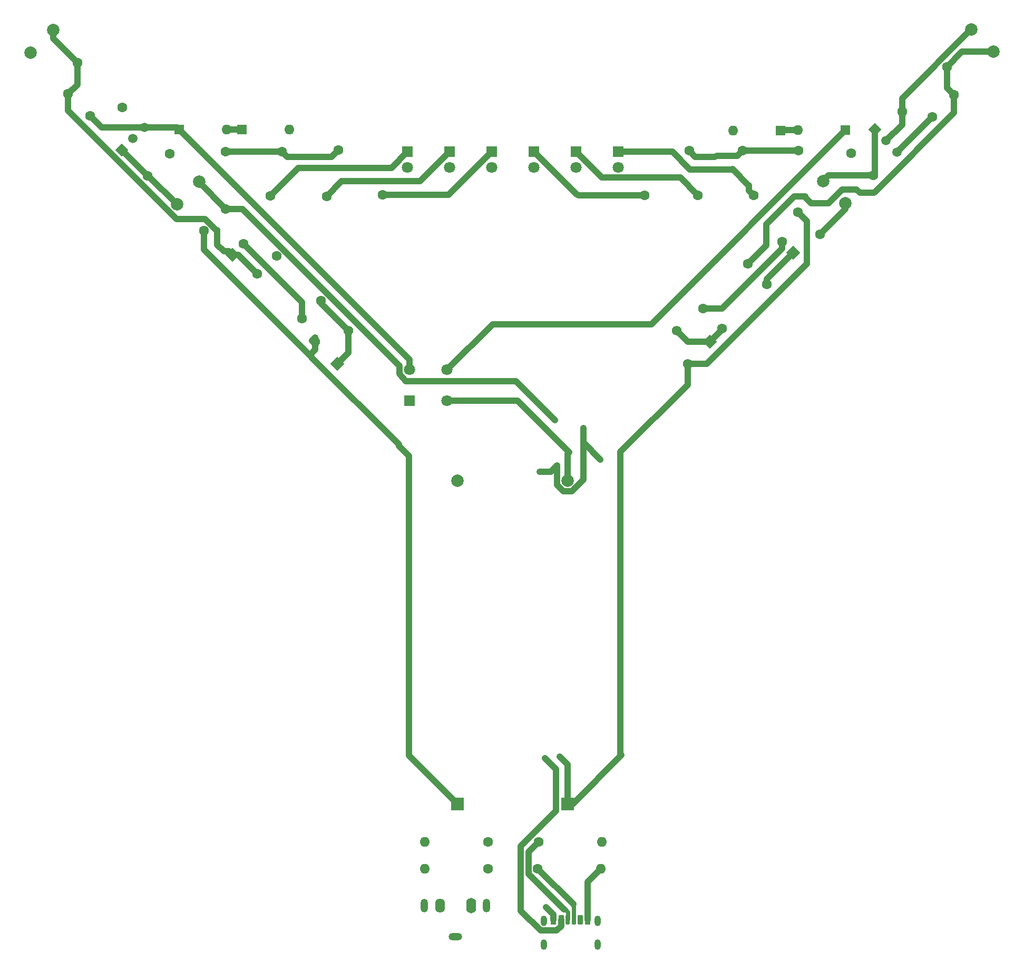
<source format=gbr>
%TF.GenerationSoftware,KiCad,Pcbnew,8.0.5*%
%TF.CreationDate,2025-01-18T17:06:10+08:00*%
%TF.ProjectId,cheap2,63686561-7032-42e6-9b69-6361645f7063,rev?*%
%TF.SameCoordinates,Original*%
%TF.FileFunction,Copper,L1,Top*%
%TF.FilePolarity,Positive*%
%FSLAX46Y46*%
G04 Gerber Fmt 4.6, Leading zero omitted, Abs format (unit mm)*
G04 Created by KiCad (PCBNEW 8.0.5) date 2025-01-18 17:06:10*
%MOMM*%
%LPD*%
G01*
G04 APERTURE LIST*
G04 Aperture macros list*
%AMRoundRect*
0 Rectangle with rounded corners*
0 $1 Rounding radius*
0 $2 $3 $4 $5 $6 $7 $8 $9 X,Y pos of 4 corners*
0 Add a 4 corners polygon primitive as box body*
4,1,4,$2,$3,$4,$5,$6,$7,$8,$9,$2,$3,0*
0 Add four circle primitives for the rounded corners*
1,1,$1+$1,$2,$3*
1,1,$1+$1,$4,$5*
1,1,$1+$1,$6,$7*
1,1,$1+$1,$8,$9*
0 Add four rect primitives between the rounded corners*
20,1,$1+$1,$2,$3,$4,$5,0*
20,1,$1+$1,$4,$5,$6,$7,0*
20,1,$1+$1,$6,$7,$8,$9,0*
20,1,$1+$1,$8,$9,$2,$3,0*%
%AMHorizOval*
0 Thick line with rounded ends*
0 $1 width*
0 $2 $3 position (X,Y) of the first rounded end (center of the circle)*
0 $4 $5 position (X,Y) of the second rounded end (center of the circle)*
0 Add line between two ends*
20,1,$1,$2,$3,$4,$5,0*
0 Add two circle primitives to create the rounded ends*
1,1,$1,$2,$3*
1,1,$1,$4,$5*%
%AMRotRect*
0 Rectangle, with rotation*
0 The origin of the aperture is its center*
0 $1 length*
0 $2 width*
0 $3 Rotation angle, in degrees counterclockwise*
0 Add horizontal line*
21,1,$1,$2,0,0,$3*%
G04 Aperture macros list end*
%TA.AperFunction,SMDPad,CuDef*%
%ADD10RoundRect,0.175000X-0.175000X-0.625000X0.175000X-0.625000X0.175000X0.625000X-0.175000X0.625000X0*%
%TD*%
%TA.AperFunction,SMDPad,CuDef*%
%ADD11RoundRect,0.200000X-0.200000X-0.600000X0.200000X-0.600000X0.200000X0.600000X-0.200000X0.600000X0*%
%TD*%
%TA.AperFunction,SMDPad,CuDef*%
%ADD12RoundRect,0.225000X-0.225000X-0.575000X0.225000X-0.575000X0.225000X0.575000X-0.225000X0.575000X0*%
%TD*%
%TA.AperFunction,ComponentPad*%
%ADD13O,1.000000X1.700000*%
%TD*%
%TA.AperFunction,ComponentPad*%
%ADD14C,1.600000*%
%TD*%
%TA.AperFunction,ComponentPad*%
%ADD15R,1.600000X1.600000*%
%TD*%
%TA.AperFunction,ComponentPad*%
%ADD16O,1.600000X1.600000*%
%TD*%
%TA.AperFunction,ComponentPad*%
%ADD17R,2.000000X2.000000*%
%TD*%
%TA.AperFunction,ComponentPad*%
%ADD18C,2.000000*%
%TD*%
%TA.AperFunction,ComponentPad*%
%ADD19HorizOval,1.600000X0.000000X0.000000X0.000000X0.000000X0*%
%TD*%
%TA.AperFunction,ComponentPad*%
%ADD20HorizOval,1.600000X0.000000X0.000000X0.000000X0.000000X0*%
%TD*%
%TA.AperFunction,ComponentPad*%
%ADD21R,1.800000X1.800000*%
%TD*%
%TA.AperFunction,ComponentPad*%
%ADD22C,1.800000*%
%TD*%
%TA.AperFunction,ComponentPad*%
%ADD23HorizOval,1.600000X0.000000X0.000000X0.000000X0.000000X0*%
%TD*%
%TA.AperFunction,ComponentPad*%
%ADD24RotRect,1.600000X1.600000X135.000000*%
%TD*%
%TA.AperFunction,ComponentPad*%
%ADD25RotRect,1.560000X1.560000X135.000000*%
%TD*%
%TA.AperFunction,ComponentPad*%
%ADD26C,1.560000*%
%TD*%
%TA.AperFunction,ComponentPad*%
%ADD27C,1.500000*%
%TD*%
%TA.AperFunction,ComponentPad*%
%ADD28RotRect,1.500000X1.500000X45.000000*%
%TD*%
%TA.AperFunction,ComponentPad*%
%ADD29HorizOval,1.600000X0.000000X0.000000X0.000000X0.000000X0*%
%TD*%
%TA.AperFunction,ComponentPad*%
%ADD30RotRect,1.560000X1.560000X225.000000*%
%TD*%
%TA.AperFunction,ComponentPad*%
%ADD31RotRect,1.600000X1.600000X45.000000*%
%TD*%
%TA.AperFunction,ComponentPad*%
%ADD32O,1.600000X2.500000*%
%TD*%
%TA.AperFunction,ComponentPad*%
%ADD33O,1.200000X2.200000*%
%TD*%
%TA.AperFunction,ComponentPad*%
%ADD34O,2.200000X1.200000*%
%TD*%
%TA.AperFunction,ComponentPad*%
%ADD35O,1.600000X2.300000*%
%TD*%
%TA.AperFunction,ComponentPad*%
%ADD36RotRect,1.500000X1.500000X315.000000*%
%TD*%
%TA.AperFunction,ViaPad*%
%ADD37C,0.800000*%
%TD*%
%TA.AperFunction,Conductor*%
%ADD38C,1.000000*%
%TD*%
%TA.AperFunction,Conductor*%
%ADD39C,0.700000*%
%TD*%
G04 APERTURE END LIST*
D10*
%TO.P,J4,A5,CC1*%
%TO.N,Net-(J4-CC1)*%
X116270225Y-177270000D03*
D11*
%TO.P,J4,A9,VBUS*%
%TO.N,Net-(U2-VI)*%
X118290225Y-177270000D03*
D12*
%TO.P,J4,A12,GND*%
%TO.N,GND_ESP*%
X119520225Y-177270000D03*
D10*
%TO.P,J4,B5,CC2*%
%TO.N,Net-(J4-CC2)*%
X117270225Y-177270000D03*
D11*
%TO.P,J4,B9,VBUS*%
%TO.N,Net-(U2-VI)*%
X115250225Y-177270000D03*
D12*
%TO.P,J4,B12,GND*%
%TO.N,GND_ESP*%
X114020225Y-177270000D03*
D13*
%TO.P,J4,S1,SHIELD*%
%TO.N,unconnected-(J4-SHIELD-PadS1)*%
X112450225Y-177450000D03*
X112450225Y-181250000D03*
X121090225Y-177450000D03*
X121090225Y-181250000D03*
%TD*%
D14*
%TO.P,C4,1*%
%TO.N,Net-(Battery1-+)*%
X57832233Y-66467767D03*
%TO.P,C4,2*%
%TO.N,A0*%
X61367767Y-62932233D03*
%TD*%
D15*
%TO.P,D3,1,K*%
%TO.N,GND2*%
X160900000Y-50300000D03*
D16*
%TO.P,D3,2,A*%
%TO.N,Net-(D3-A)*%
X153280000Y-50300000D03*
%TD*%
D17*
%TO.P,Battery2,1,+*%
%TO.N,GND_ESP*%
X116265225Y-158650000D03*
D18*
%TO.P,Battery2,2,-*%
%TO.N,Net-(Battery2--)*%
X116265225Y-106660000D03*
%TD*%
D14*
%TO.P,R15,1*%
%TO.N,GND_ESP*%
X144392103Y-53557898D03*
D19*
%TO.P,R15,2*%
%TO.N,Net-(D9-K)*%
X137207898Y-60742103D03*
%TD*%
D14*
%TO.P,R16,1*%
%TO.N,GND_ESP*%
X153342103Y-53600000D03*
D19*
%TO.P,R16,2*%
%TO.N,Net-(D10-K)*%
X146157898Y-60784205D03*
%TD*%
D14*
%TO.P,R12,1*%
%TO.N,GND_ESP*%
X70361846Y-53715795D03*
D20*
%TO.P,R12,2*%
%TO.N,Net-(D6-K)*%
X77546051Y-60900000D03*
%TD*%
D21*
%TO.P,D6,1,K*%
%TO.N,Net-(D6-K)*%
X97303673Y-53760000D03*
D22*
%TO.P,D6,2,A*%
%TO.N,Net-(D6-A)*%
X97303673Y-56300000D03*
%TD*%
D15*
%TO.P,D2,1,K*%
%TO.N,Net-(D1-A)*%
X63990001Y-50200000D03*
D16*
%TO.P,D2,2,A*%
%TO.N,Net-(D2-A)*%
X71610001Y-50200000D03*
%TD*%
D14*
%TO.P,R10,1*%
%TO.N,Net-(J4-CC1)*%
X111610225Y-164750000D03*
D16*
%TO.P,R10,2*%
%TO.N,GND_ESP*%
X121770225Y-164750000D03*
%TD*%
D14*
%TO.P,R13,1*%
%TO.N,GND_ESP*%
X79415794Y-53515795D03*
D20*
%TO.P,R13,2*%
%TO.N,Net-(D7-K)*%
X86599999Y-60700000D03*
%TD*%
D14*
%TO.P,R1,1*%
%TO.N,Net-(D2-A)*%
X73600000Y-80600000D03*
D23*
%TO.P,R1,2*%
%TO.N,Net-(C1-Pad2)*%
X66415795Y-73415795D03*
%TD*%
D14*
%TO.P,R14,1*%
%TO.N,GND_ESP*%
X135792103Y-53607898D03*
D19*
%TO.P,R14,2*%
%TO.N,Net-(D8-K)*%
X128607898Y-60792103D03*
%TD*%
D14*
%TO.P,R4,1*%
%TO.N,Net-(C10-Pad1)*%
X148250000Y-75050000D03*
D19*
%TO.P,R4,2*%
%TO.N,Net-(R4-Pad2)*%
X141065795Y-82234205D03*
%TD*%
D14*
%TO.P,C12,1*%
%TO.N,GND_ESP*%
X153314466Y-63514466D03*
%TO.P,C12,2*%
%TO.N,A0*%
X156850000Y-67050000D03*
%TD*%
%TO.P,R7,1*%
%TO.N,Net-(Battery1-+)*%
X103450225Y-169050000D03*
D16*
%TO.P,R7,2*%
%TO.N,A0*%
X93290225Y-169050000D03*
%TD*%
D24*
%TO.P,C10,1*%
%TO.N,Net-(C10-Pad1)*%
X152500000Y-70000000D03*
D14*
%TO.P,C10,2*%
%TO.N,Net-(D4-A)*%
X150732233Y-68232233D03*
%TD*%
%TO.P,C11,1*%
%TO.N,Net-(D3-A)*%
X161832233Y-54032233D03*
%TO.P,C11,2*%
%TO.N,Net-(Q2-C)*%
X165367767Y-57567767D03*
%TD*%
D25*
%TO.P,RV1,1,1*%
%TO.N,Net-(R2-Pad2)*%
X79291745Y-87835534D03*
D26*
%TO.P,RV1,2,2*%
X81059512Y-82532233D03*
%TO.P,RV1,3,3*%
%TO.N,Net-(Battery1-+)*%
X75756211Y-84300000D03*
%TD*%
D21*
%TO.P,D5,1,K*%
%TO.N,Net-(D5-K)*%
X90550000Y-53760000D03*
D22*
%TO.P,D5,2,A*%
%TO.N,Net-(D5-A)*%
X90550000Y-56300000D03*
%TD*%
D27*
%TO.P,Q1,3,E*%
%TO.N,GND1*%
X48250609Y-49858508D03*
%TO.P,Q1,2,B*%
%TO.N,Net-(Q1-B)*%
X46454558Y-51654559D03*
D28*
%TO.P,Q1,1,C*%
%TO.N,Net-(Q1-C)*%
X44658507Y-53450610D03*
%TD*%
D15*
%TO.P,D4,1,K*%
%TO.N,Net-(D3-A)*%
X150500000Y-50400000D03*
D16*
%TO.P,D4,2,A*%
%TO.N,Net-(D4-A)*%
X142880000Y-50400000D03*
%TD*%
D17*
%TO.P,Battery1,1,+*%
%TO.N,Net-(Battery1-+)*%
X98570225Y-158650000D03*
D18*
%TO.P,Battery1,2,-*%
%TO.N,Net-(Battery1--)*%
X98570225Y-106660000D03*
%TD*%
D21*
%TO.P,D10,1,K*%
%TO.N,Net-(D10-K)*%
X124439775Y-53760000D03*
D22*
%TO.P,D10,2,A*%
%TO.N,Net-(D10-A)*%
X124439775Y-56300000D03*
%TD*%
D14*
%TO.P,R11,1*%
%TO.N,GND_ESP*%
X61307898Y-53707898D03*
D20*
%TO.P,R11,2*%
%TO.N,Net-(D5-K)*%
X68492103Y-60892103D03*
%TD*%
D18*
%TO.P,L4,1,1*%
%TO.N,Net-(Q2-C)*%
X157303949Y-58453949D03*
%TO.P,L4,2,2*%
%TO.N,A0*%
X160896051Y-62046051D03*
%TD*%
D14*
%TO.P,R3,1*%
%TO.N,Net-(D4-A)*%
X138057898Y-78992103D03*
D29*
%TO.P,R3,2*%
%TO.N,Net-(C10-Pad1)*%
X145242103Y-71807898D03*
%TD*%
D15*
%TO.P,D1,1,K*%
%TO.N,GND1*%
X53890000Y-50200000D03*
D16*
%TO.P,D1,2,A*%
%TO.N,Net-(D1-A)*%
X61510000Y-50200000D03*
%TD*%
D14*
%TO.P,R5,1*%
%TO.N,Net-(C1-Pad2)*%
X37507898Y-39407898D03*
D20*
%TO.P,R5,2*%
%TO.N,Net-(Q1-B)*%
X44692103Y-46592103D03*
%TD*%
D14*
%TO.P,C3,1*%
%TO.N,Net-(D1-A)*%
X52335534Y-54064466D03*
%TO.P,C3,2*%
%TO.N,Net-(Q1-C)*%
X48800000Y-57600000D03*
%TD*%
D18*
%TO.P,L1,1,1*%
%TO.N,Net-(C1-Pad2)*%
X33600000Y-34200000D03*
%TO.P,L1,2,2*%
%TO.N,Net-(Q1-B)*%
X30007898Y-37792102D03*
%TD*%
D21*
%TO.P,SW1,1,A*%
%TO.N,Net-(Battery1--)*%
X90900000Y-93800000D03*
D22*
%TO.P,SW1,2,B*%
%TO.N,GND1*%
X90900000Y-88800000D03*
%TO.P,SW1,3,A*%
%TO.N,Net-(Battery2--)*%
X96900000Y-93800000D03*
%TO.P,SW1,4,B*%
%TO.N,GND2*%
X96900000Y-88800000D03*
%TD*%
D18*
%TO.P,L5,1,1*%
%TO.N,Net-(C10-Pad1)*%
X184700000Y-37700000D03*
%TO.P,L5,2,2*%
%TO.N,Net-(Q2-B)*%
X181107898Y-34107898D03*
%TD*%
D14*
%TO.P,R9,1*%
%TO.N,Net-(J4-CC2)*%
X111490225Y-169050000D03*
D16*
%TO.P,R9,2*%
%TO.N,GND_ESP*%
X121650225Y-169050000D03*
%TD*%
D14*
%TO.P,R6,1*%
%TO.N,Net-(C10-Pad1)*%
X177200000Y-40100000D03*
D19*
%TO.P,R6,2*%
%TO.N,Net-(Q2-B)*%
X170015795Y-47284205D03*
%TD*%
D30*
%TO.P,RV2,1,1*%
%TO.N,Net-(R4-Pad2)*%
X139100000Y-84300000D03*
D26*
%TO.P,RV2,2,2*%
X133796699Y-82532233D03*
%TO.P,RV2,3,3*%
%TO.N,GND_ESP*%
X135564466Y-87835534D03*
%TD*%
D31*
%TO.P,C2,1*%
%TO.N,Net-(C1-Pad2)*%
X62447856Y-70352144D03*
D14*
%TO.P,C2,2*%
%TO.N,Net-(D2-A)*%
X64215623Y-68584377D03*
%TD*%
%TO.P,C1,1*%
%TO.N,GND1*%
X39567767Y-47967767D03*
%TO.P,C1,2*%
%TO.N,Net-(C1-Pad2)*%
X36032233Y-44432233D03*
%TD*%
%TO.P,R8,1*%
%TO.N,GND_ESP*%
X103450225Y-164750000D03*
D16*
%TO.P,R8,2*%
%TO.N,A0*%
X93290225Y-164750000D03*
%TD*%
D21*
%TO.P,D8,1,K*%
%TO.N,Net-(D8-K)*%
X110839775Y-53760000D03*
D22*
%TO.P,D8,2,A*%
%TO.N,Net-(D8-A)*%
X110839775Y-56300000D03*
%TD*%
D32*
%TO.P,J2,TN*%
%TO.N,unconnected-(J2-PadTN)*%
X100770225Y-174950000D03*
D33*
%TO.P,J2,T*%
%TO.N,Net-(Battery1-+)*%
X103270225Y-174950000D03*
D34*
%TO.P,J2,S*%
%TO.N,A0*%
X98270225Y-179950000D03*
D35*
%TO.P,J2,RN*%
%TO.N,unconnected-(J2-PadRN)*%
X95770225Y-174950000D03*
D33*
%TO.P,J2,R*%
%TO.N,A0*%
X93270225Y-174950000D03*
%TD*%
D21*
%TO.P,D9,1,K*%
%TO.N,Net-(D9-K)*%
X117639775Y-53760000D03*
D22*
%TO.P,D9,2,A*%
%TO.N,Net-(D9-A)*%
X117639775Y-56300000D03*
%TD*%
%TO.P,D7,2,A*%
%TO.N,Net-(D7-A)*%
X104057346Y-56300000D03*
D21*
%TO.P,D7,1,K*%
%TO.N,Net-(D7-K)*%
X104057346Y-53760000D03*
%TD*%
D36*
%TO.P,Q2,1,C*%
%TO.N,Net-(Q2-C)*%
X165607898Y-50207898D03*
D27*
%TO.P,Q2,2,B*%
%TO.N,Net-(Q2-B)*%
X167403949Y-52003949D03*
%TO.P,Q2,3,E*%
%TO.N,GND2*%
X169200000Y-53800000D03*
%TD*%
D14*
%TO.P,R2,1*%
%TO.N,Net-(C1-Pad2)*%
X69507898Y-70507898D03*
D20*
%TO.P,R2,2*%
%TO.N,Net-(R2-Pad2)*%
X76692103Y-77692103D03*
%TD*%
D14*
%TO.P,C8,1*%
%TO.N,GND2*%
X174832233Y-48167767D03*
%TO.P,C8,2*%
%TO.N,Net-(C10-Pad1)*%
X178367767Y-44632233D03*
%TD*%
D18*
%TO.P,L2,1,1*%
%TO.N,Net-(Q1-C)*%
X53503949Y-62196051D03*
%TO.P,L2,2,2*%
%TO.N,A0*%
X57096051Y-58603949D03*
%TD*%
D37*
%TO.N,GND_ESP*%
X121550000Y-103250000D03*
X112800000Y-175200000D03*
X118800000Y-98200000D03*
X111750000Y-105250000D03*
X115000000Y-151050000D03*
%TO.N,Net-(U2-VI)*%
X112650000Y-151300000D03*
%TO.N,A0*%
X114250000Y-96950000D03*
%TD*%
D38*
%TO.N,Net-(C1-Pad2)*%
X61845712Y-69750000D02*
X62447856Y-70352144D01*
X33600000Y-34200000D02*
X33600000Y-35500000D01*
X63352144Y-70352144D02*
X66415795Y-73415795D01*
X59835787Y-66350000D02*
X60000000Y-66350000D01*
X60000000Y-66350000D02*
X60000000Y-68700000D01*
X58035787Y-64550000D02*
X59835787Y-66350000D01*
X36032233Y-47128499D02*
X53453734Y-64550000D01*
X61050000Y-69750000D02*
X61845712Y-69750000D01*
X36032233Y-44432233D02*
X36032233Y-47128499D01*
X53453734Y-64550000D02*
X58035787Y-64550000D01*
X37507898Y-39407898D02*
X37507898Y-42956568D01*
X37507898Y-42956568D02*
X36032233Y-44432233D01*
X33600000Y-35500000D02*
X37507898Y-39407898D01*
X60000000Y-68700000D02*
X61050000Y-69750000D01*
X62447856Y-70352144D02*
X63352144Y-70352144D01*
%TO.N,Net-(D2-A)*%
X64215623Y-68584377D02*
X73600000Y-77968754D01*
X73600000Y-77968754D02*
X73600000Y-80600000D01*
%TO.N,Net-(Q1-C)*%
X48907898Y-57600000D02*
X53503949Y-62196051D01*
X48800000Y-57600000D02*
X48907898Y-57600000D01*
X44658507Y-53450610D02*
X44658507Y-53458507D01*
X44658507Y-53458507D02*
X48800000Y-57600000D01*
%TO.N,Net-(D1-A)*%
X61510000Y-50200000D02*
X63990001Y-50200000D01*
%TO.N,GND_ESP*%
X70361846Y-53715795D02*
X71248503Y-54602452D01*
X117100000Y-158650000D02*
X116265225Y-158650000D01*
X144392103Y-53557898D02*
X143499340Y-54450661D01*
X119520225Y-171180000D02*
X119520225Y-177270000D01*
X139578979Y-54602452D02*
X136786657Y-54602452D01*
X118800000Y-106529389D02*
X118800000Y-98200000D01*
X124750000Y-102047107D02*
X124750000Y-150600000D01*
X114020225Y-177270000D02*
X114020225Y-176420225D01*
X144434205Y-53600000D02*
X144392103Y-53557898D01*
X111750000Y-105250000D02*
X113550000Y-105250000D01*
X138664466Y-87835534D02*
X154700000Y-71800000D01*
X154700000Y-71800000D02*
X154700000Y-64900000D01*
X114020225Y-176420225D02*
X112800000Y-175200000D01*
X135564466Y-87835534D02*
X138664466Y-87835534D01*
X124750000Y-150600000D02*
X124950000Y-150800000D01*
X140276751Y-54450661D02*
X139933294Y-54551510D01*
X118800000Y-98200000D02*
X118800000Y-100500000D01*
X154700000Y-64900000D02*
X153314466Y-63514466D01*
X116969389Y-108360000D02*
X118800000Y-106529389D01*
X143499340Y-54450661D02*
X140276751Y-54450661D01*
X114565225Y-107364164D02*
X115561061Y-108360000D01*
X139933294Y-54551510D02*
X139578979Y-54602452D01*
X121650225Y-169050000D02*
X119520225Y-171180000D01*
X136786657Y-54602452D02*
X135792103Y-53607898D01*
X153342103Y-53600000D02*
X144434205Y-53600000D01*
X78329137Y-54602452D02*
X79415794Y-53515795D01*
X135564466Y-87835534D02*
X135564466Y-91232641D01*
X124950000Y-150800000D02*
X117100000Y-158650000D01*
X135564466Y-91232641D02*
X124750000Y-102047107D01*
X71248503Y-54602452D02*
X78329137Y-54602452D01*
X116265225Y-152315225D02*
X116265225Y-158650000D01*
X113550000Y-105250000D02*
X114565225Y-104234775D01*
X115561061Y-108360000D02*
X116969389Y-108360000D01*
X114565225Y-104234775D02*
X114565225Y-107364164D01*
X70353949Y-53707898D02*
X70361846Y-53715795D01*
X118800000Y-100500000D02*
X121550000Y-103250000D01*
X61307898Y-53707898D02*
X70353949Y-53707898D01*
X115000000Y-151050000D02*
X116265225Y-152315225D01*
%TO.N,Net-(C10-Pad1)*%
X158150000Y-62050000D02*
X155350000Y-62050000D01*
X177200000Y-40100000D02*
X177200000Y-43464466D01*
X152650000Y-60950000D02*
X148200000Y-65400000D01*
X154450000Y-61150000D02*
X154450000Y-60950000D01*
X179600000Y-37700000D02*
X177200000Y-40100000D01*
X148200000Y-68850001D02*
X145242103Y-71807898D01*
X148250000Y-74250000D02*
X152500000Y-70000000D01*
X184700000Y-37700000D02*
X179600000Y-37700000D01*
X178367767Y-44632233D02*
X178367767Y-47502427D01*
X165503949Y-60346051D02*
X163246051Y-60346051D01*
X163246051Y-60346051D02*
X162700000Y-59800000D01*
X148200000Y-65400000D02*
X148200000Y-68850001D01*
X165700000Y-60150000D02*
X165503949Y-60346051D01*
X162700000Y-59800000D02*
X160400000Y-59800000D01*
X160400000Y-59800000D02*
X158150000Y-62050000D01*
X155350000Y-62050000D02*
X154450000Y-61150000D01*
X154450000Y-60950000D02*
X152650000Y-60950000D01*
X148250000Y-75050000D02*
X148250000Y-74815795D01*
X177200000Y-43464466D02*
X178367767Y-44632233D01*
X148250000Y-75050000D02*
X148250000Y-74250000D01*
X178367767Y-47502427D02*
X165700000Y-60150000D01*
%TO.N,Net-(D4-A)*%
X150732233Y-68232233D02*
X150732233Y-69363603D01*
X141103733Y-78992103D02*
X138057898Y-78992103D01*
X150732233Y-69363603D02*
X141103733Y-78992103D01*
%TO.N,Net-(Q2-C)*%
X158190131Y-57567767D02*
X157303949Y-58453949D01*
X165367767Y-57567767D02*
X158190131Y-57567767D01*
X165607898Y-50207898D02*
X165607898Y-57327636D01*
X165607898Y-57327636D02*
X165367767Y-57567767D01*
%TO.N,Net-(D3-A)*%
X153280000Y-50300000D02*
X150600000Y-50300000D01*
X150600000Y-50300000D02*
X150500000Y-50400000D01*
%TO.N,GND1*%
X48250609Y-49858508D02*
X53548508Y-49858508D01*
X53890000Y-50200000D02*
X90900000Y-87210000D01*
X41458508Y-49858508D02*
X48250609Y-49858508D01*
X39567767Y-47967767D02*
X41458508Y-49858508D01*
X53548508Y-49858508D02*
X53890000Y-50200000D01*
X90900000Y-87210000D02*
X90900000Y-88800000D01*
%TO.N,Net-(Q2-B)*%
X170015795Y-49392103D02*
X167403949Y-52003949D01*
X181107898Y-34107898D02*
X181070781Y-34107898D01*
X170015795Y-45162884D02*
X170015795Y-47284205D01*
X170015795Y-47284205D02*
X170015795Y-49392103D01*
X181070781Y-34107898D02*
X170015795Y-45162884D01*
%TO.N,Net-(R2-Pad2)*%
X76692103Y-78164824D02*
X81059512Y-82532233D01*
X81059512Y-86067767D02*
X79291745Y-87835534D01*
X81059512Y-82532233D02*
X81059512Y-86067767D01*
X76692103Y-77692103D02*
X76692103Y-78164824D01*
%TO.N,Net-(R4-Pad2)*%
X141065795Y-82234205D02*
X141065795Y-82334205D01*
X139100000Y-84300000D02*
X135564466Y-84300000D01*
X135564466Y-84300000D02*
X133796699Y-82532233D01*
X141065795Y-82334205D02*
X139100000Y-84300000D01*
%TO.N,GND2*%
X174832233Y-48167767D02*
X169200000Y-53800000D01*
X129720001Y-81479999D02*
X160900000Y-50300000D01*
X104220001Y-81479999D02*
X129720001Y-81479999D01*
X96900000Y-88800000D02*
X104220001Y-81479999D01*
%TO.N,Net-(D8-K)*%
X118050000Y-60800000D02*
X120642103Y-60792103D01*
X117679775Y-60600000D02*
X118050000Y-60800000D01*
X120642103Y-60792103D02*
X128607898Y-60792103D01*
X110839775Y-53760000D02*
X117679775Y-60600000D01*
%TO.N,Net-(D9-K)*%
X117639775Y-53760000D02*
X121779775Y-57900000D01*
X121779775Y-57900000D02*
X134365795Y-57900000D01*
X134365795Y-57900000D02*
X137207898Y-60742103D01*
%TO.N,Net-(Battery1-+)*%
X75250000Y-86900000D02*
X74850000Y-86500000D01*
X74850000Y-86500000D02*
X57832233Y-69482233D01*
X75756211Y-85593789D02*
X74850000Y-86500000D01*
X90750000Y-102700000D02*
X89150000Y-101100000D01*
X89150000Y-101100000D02*
X89150000Y-100800000D01*
X75756211Y-84300000D02*
X75756211Y-85593789D01*
X89150000Y-100800000D02*
X75250000Y-86900000D01*
X57832233Y-69482233D02*
X57832233Y-66467767D01*
X98570225Y-158650000D02*
X90750000Y-150829775D01*
X90750000Y-150829775D02*
X90750000Y-102700000D01*
X75250000Y-84130261D02*
X75756211Y-83624050D01*
%TO.N,Net-(Battery2--)*%
X116265225Y-102384775D02*
X116265225Y-106660000D01*
X108250000Y-93800000D02*
X116550000Y-102100000D01*
X96900000Y-93800000D02*
X108250000Y-93800000D01*
X116550000Y-102100000D02*
X116265225Y-102384775D01*
%TO.N,Net-(U2-VI)*%
X111953169Y-179000000D02*
X114482511Y-179000000D01*
X115220225Y-178262286D02*
X115220225Y-177270000D01*
X114400000Y-159750000D02*
X114400000Y-153050000D01*
X114482511Y-179000000D02*
X115220225Y-178262286D01*
X114400000Y-159750000D02*
X108750000Y-165400000D01*
X114400000Y-153050000D02*
X112650000Y-151300000D01*
X108750000Y-165400000D02*
X108750000Y-175796831D01*
X108750000Y-175796831D02*
X111953169Y-179000000D01*
D39*
%TO.N,Net-(J4-CC1)*%
X115700000Y-175600000D02*
X115900000Y-175600000D01*
X116370225Y-177170000D02*
X116270225Y-177270000D01*
D38*
X109990225Y-169890225D02*
X115200000Y-175100000D01*
D39*
X115900000Y-175600000D02*
X116370225Y-176070225D01*
D38*
X109990225Y-166370000D02*
X109990225Y-169890225D01*
D39*
X116370225Y-176070225D02*
X116370225Y-177170000D01*
D38*
X115200000Y-175100000D02*
X115700000Y-175600000D01*
X111610225Y-164750000D02*
X109990225Y-166370000D01*
D39*
%TO.N,Net-(J4-CC2)*%
X117200000Y-174759775D02*
X117200000Y-175100000D01*
X117200000Y-175100000D02*
X117270225Y-175170225D01*
X117270225Y-175170225D02*
X117270225Y-177270000D01*
D38*
X111490225Y-169050000D02*
X117200000Y-174759775D01*
%TO.N,A0*%
X90250000Y-90700000D02*
X108000000Y-90700000D01*
X160896051Y-63003949D02*
X156850000Y-67050000D01*
X89300000Y-88178679D02*
X89300000Y-89462742D01*
X160896051Y-62046051D02*
X160896051Y-63003949D01*
X89300000Y-89462742D02*
X90250000Y-90700000D01*
X108000000Y-90700000D02*
X114250000Y-96950000D01*
X57096051Y-58660517D02*
X61367767Y-62932233D01*
X64053554Y-62932233D02*
X89300000Y-88178679D01*
X57096051Y-58603949D02*
X57096051Y-58660517D01*
X61367767Y-62932233D02*
X64053554Y-62932233D01*
%TO.N,Net-(D5-K)*%
X90550000Y-53760000D02*
X87960000Y-56350000D01*
X73050000Y-56350000D02*
X71950000Y-57434206D01*
X87960000Y-56350000D02*
X73050000Y-56350000D01*
X71950000Y-57434206D02*
X68492103Y-60892103D01*
%TO.N,Net-(D6-K)*%
X92563673Y-58500000D02*
X97303673Y-53760000D01*
X77546051Y-60900000D02*
X79946051Y-58500000D01*
X79946051Y-58500000D02*
X92563673Y-58500000D01*
%TO.N,Net-(D7-K)*%
X97117346Y-60700000D02*
X104057346Y-53760000D01*
X86599999Y-60700000D02*
X97117346Y-60700000D01*
%TO.N,Net-(D10-K)*%
X145400000Y-60026307D02*
X146157898Y-60784205D01*
X142750000Y-56550000D02*
X145350000Y-59150000D01*
X145350000Y-59150000D02*
X145400000Y-59150000D01*
X142700000Y-56600000D02*
X142750000Y-56550000D01*
X124439775Y-53760000D02*
X133110000Y-53760000D01*
X145400000Y-59150000D02*
X145400000Y-60026307D01*
X133110000Y-53760000D02*
X135950000Y-56600000D01*
X135950000Y-56600000D02*
X142700000Y-56600000D01*
%TD*%
M02*

</source>
